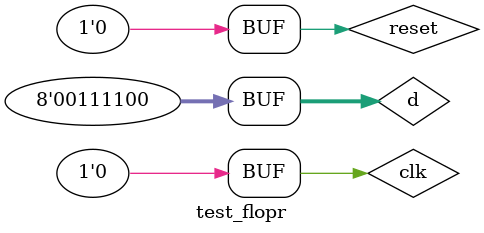
<source format=sv>
module test_flopr;
    // Parameters
    localparam WIDTH = 8;
    
    // Signals
    logic clk;
    logic reset;
    logic [WIDTH-1:0] d;
    logic [WIDTH-1:0] q_expected, q_actual;
    
    // Instantiate the flopr module
    flopr #(WIDTH) u_flopr (
        .clk(clk),
        .reset(reset),
        .d(d),
        .q(q_actual)
    );
    
    // Initialize test inputs
    initial begin
        clk = 0;
        reset = 0;
        d = 8'hA5; // Input value
        
        // Waits for a clock cycle
        #5;
        
        // Verifies that the output does not change before the positive clock edge
        if (q_actual !== 8'h00) begin
            $display("Test Failed: q_actual != 0 before rising clock edge");
        end
        
        // Changes the value of reset to 1 (active low)
        reset = 1;
        
        // Wait for a clock cycle
        #5;
        
        // Verifies that the output is reset to 0 after reset is asserted
        if (q_actual !== 8'h00) begin
            $display("Test Failed: q_actual != 0 after reset");
        end
        
        // Changes the value of reset to 0 (inactive)
        reset = 0;
        
        // Wait for a clock cycle
        #5;
        
        // Verifies that the output is still 0 after reset is deasserted
        if (q_actual !== 8'h00) begin
            $display("Test Failed: q_actual != 0 after reset deassertion");
        end
        
        // Changes the value of the input to a new value
        d = 8'h3C;
        
        // Wait for a clock cycle
        #5;
        
        // Verifies that the output is updated with the new input value
        if (q_actual !== d) begin
            $display("Test Failed: q_actual != d after input update");
        end
        
        // Change the value of the clock to 1 (rising edge)
        clk = 1;
        
        // Wait for a clock cycle
        #5;
        
        // Verifies that the output does not change on the rising clock edge
        if (q_actual !== d) begin
            $display("Test Failed: q_actual != d on rising clock edge");
        end
        
        // Change the value of the clock to 0 (falling edge)
        clk = 0;
        
        // Wait for a clock cycle
        #5;
        
        // Verifies that the output does not change on the falling clock edge
        if (q_actual !== d) begin
            $display("Test Failed: q_actual != d on falling clock edge");
        end
    end
endmodule
</source>
